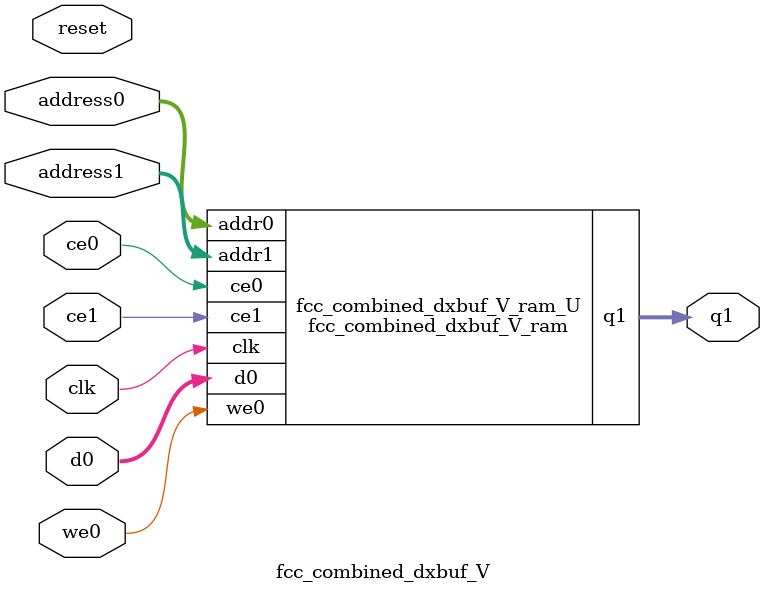
<source format=v>
`timescale 1 ns / 1 ps
module fcc_combined_dxbuf_V_ram (addr0, ce0, d0, we0, addr1, ce1, q1,  clk);

parameter DWIDTH = 16;
parameter AWIDTH = 6;
parameter MEM_SIZE = 50;

input[AWIDTH-1:0] addr0;
input ce0;
input[DWIDTH-1:0] d0;
input we0;
input[AWIDTH-1:0] addr1;
input ce1;
output reg[DWIDTH-1:0] q1;
input clk;

reg [DWIDTH-1:0] ram[0:MEM_SIZE-1];




always @(posedge clk)  
begin 
    if (ce0) begin
        if (we0) 
            ram[addr0] <= d0; 
    end
end


always @(posedge clk)  
begin 
    if (ce1) begin
        q1 <= ram[addr1];
    end
end


endmodule

`timescale 1 ns / 1 ps
module fcc_combined_dxbuf_V(
    reset,
    clk,
    address0,
    ce0,
    we0,
    d0,
    address1,
    ce1,
    q1);

parameter DataWidth = 32'd16;
parameter AddressRange = 32'd50;
parameter AddressWidth = 32'd6;
input reset;
input clk;
input[AddressWidth - 1:0] address0;
input ce0;
input we0;
input[DataWidth - 1:0] d0;
input[AddressWidth - 1:0] address1;
input ce1;
output[DataWidth - 1:0] q1;



fcc_combined_dxbuf_V_ram fcc_combined_dxbuf_V_ram_U(
    .clk( clk ),
    .addr0( address0 ),
    .ce0( ce0 ),
    .we0( we0 ),
    .d0( d0 ),
    .addr1( address1 ),
    .ce1( ce1 ),
    .q1( q1 ));

endmodule


</source>
